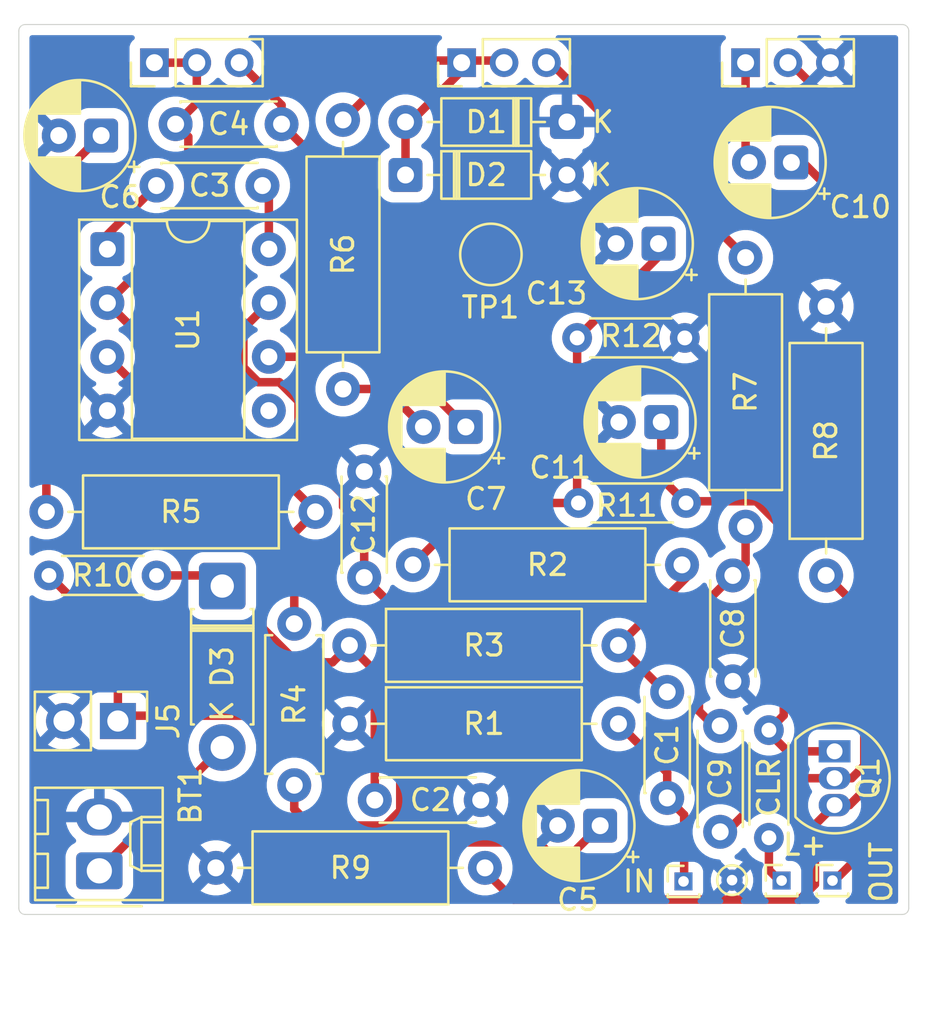
<source format=kicad_pcb>
(kicad_pcb (version 20241229) (generator "pcbnew") (generator_version "9.0")
  (layers (0 "F.Cu" signal) (2 "B.Cu" signal) (13 "F.Paste" user) (15 "B.Paste" user) (5 "F.SilkS" user "F.Silkscreen") (7 "B.SilkS" user "B.Silkscreen") (1 "F.Mask" user) (3 "B.Mask" user) (25 "Edge.Cuts" user))
  (net 0 "")
  (net 1 "Net-(BT1-+)")
  (net 2 "+9V")
  (net 3 "GND")
  (net 4 "VB")
  (net 5 "Net-(C4-Pad2)")
  (net 6 "IN")
  (net 7 "Net-(U1-+)")
  (net 8 "Net-(C6-Pad1)")
  (net 9 "Net-(U1--)")
  (net 10 "Net-(U1-BAL)")
  (net 11 "Net-(U1-C{slash}B)")
  (net 12 "Net-(C10-Pad2)")
  (net 13 "Net-(Q1-G)")
  (net 14 "Net-(Q1-S)")
  (net 15 "OUT")
  (net 16 "L+")
  (net 17 "Net-(POT2-Pad3)")
  (net 19 "Net-(C1-Pad2)")
  (net 20 "Net-(C5-Pad1)")
  (net 21 "Net-(C7-Pad2)")
  (net 22 "Net-(C8-Pad2)")
  (net 23 "Net-(D1-A)")
  (net 24 "Net-(D3-K)")
  (footprint "Resistor_THT:R_Axial_DIN0309_L9.0mm_D3.2mm_P12.70mm_Horizontal" (layer "F.Cu") (at 145.5 78 180)
    (property "Reference" "R2" (at 6.35 0 0) (layer "F.SilkS"))
    (property "Value" "1M")
    (pad "1" thru_hole circle (at 0 0 180) (size 1.6 1.6) (drill 0.8) (layers "*.Cu" "*.Mask") (net 19 "Net-(C1-Pad2)"))
    (pad "2" thru_hole circle (at 12.7 0 180) (size 1.6 1.6) (drill 0.8) (layers "*.Cu" "*.Mask") (net 4 "VB"))
  )
  (footprint "Diode_THT:D_DO-35_SOD27_P7.62mm_Horizontal" (layer "F.Cu") (at 132.45 59.6)
    (property "Reference" "D2" (at 3.81 0 0) (layer "F.SilkS"))
    (property "Value" "1N4148")
    (fp_text user "K" (at 9.22 0 0) (layer "F.SilkS"))
    (pad "1" thru_hole roundrect (at 0 0) (size 1.6 1.6) (drill 0.8) (layers "*.Cu" "*.Mask") (roundrect_rratio 0.15625) (net 23 "Net-(D1-A)"))
    (pad "2" thru_hole circle (at 7.62 0) (size 1.6 1.6) (drill 0.8) (layers "*.Cu" "*.Mask") (net 3 "GND"))
  )
  (footprint "Capacitor_THT:CP_Radial_D5.0mm_P2.00mm" (layer "F.Cu") (at 141.635113 90.31 180)
    (property "Reference" "C5" (at 1.055112 -3.5 0) (layer "F.SilkS"))
    (property "Value" "2.2u")
    (pad "1" thru_hole roundrect (at 0 0 180) (size 1.6 1.6) (drill 0.8) (layers "*.Cu" "*.Mask") (roundrect_rratio 0.15625) (net 20 "Net-(C5-Pad1)"))
    (pad "2" thru_hole circle (at 2 0 180) (size 1.6 1.6) (drill 0.8) (layers "*.Cu" "*.Mask") (net 3 "GND"))
  )
  (footprint "Resistor_THT:R_Axial_DIN0207_L6.3mm_D2.5mm_P7.62mm_Horizontal" (layer "F.Cu") (at 127.2 80.78 -90)
    (property "Reference" "R4" (at 3.81 0 90) (layer "F.SilkS"))
    (property "Value" "47")
    (pad "1" thru_hole circle (at 0 0 270) (size 1.6 1.6) (drill 0.8) (layers "*.Cu" "*.Mask") (net 9 "Net-(U1--)"))
    (pad "2" thru_hole circle (at 7.62 0 270) (size 1.6 1.6) (drill 0.8) (layers "*.Cu" "*.Mask") (net 20 "Net-(C5-Pad1)"))
  )
  (footprint "Connector_Molex:Molex_KK-254_AE-6410-02A_1x02_P2.54mm_Vertical" (layer "F.Cu") (at 118 92.44 90)
    (property "Reference" "BT1" (at 3.54 4.3 90) (layer "F.SilkS"))
    (property "Value" "Battery")
    (pad "1" thru_hole roundrect (at 0 0 90) (size 1.74 2.19) (drill 1.19) (layers "*.Cu" "*.Mask") (roundrect_rratio 0.143678) (net 1 "Net-(BT1-+)"))
    (pad "2" thru_hole oval (at 2.54 0 90) (size 1.74 2.19) (drill 1.19) (layers "*.Cu" "*.Mask") (net 3 "GND"))
  )
  (footprint "Package_TO_SOT_THT:TO-92_Inline" (layer "F.Cu") (at 152.7 86.8 -90)
    (property "Reference" "Q1" (at 1.27 -1.6 90) (layer "F.SilkS"))
    (property "Value" "2N5458")
    (pad "1" thru_hole rect (at 0 0 270) (size 1.05 1.5) (drill 0.75) (layers "*.Cu" "*.Mask") (net 2 "+9V"))
    (pad "2" thru_hole oval (at 1.27 0 270) (size 1.05 1.5) (drill 0.75) (layers "*.Cu" "*.Mask") (net 13 "Net-(Q1-G)"))
    (pad "3" thru_hole oval (at 2.54 0 270) (size 1.05 1.5) (drill 0.75) (layers "*.Cu" "*.Mask") (net 14 "Net-(Q1-S)"))
  )
  (footprint "Resistor_THT:R_Axial_DIN0309_L9.0mm_D3.2mm_P12.70mm_Horizontal" (layer "F.Cu") (at 129.8 81.8)
    (property "Reference" "R3" (at 6.35 0 0) (layer "F.SilkS"))
    (property "Value" "1k")
    (pad "1" thru_hole circle (at 0 0) (size 1.6 1.6) (drill 0.8) (layers "*.Cu" "*.Mask") (net 7 "Net-(U1-+)"))
    (pad "2" thru_hole circle (at 12.7 0) (size 1.6 1.6) (drill 0.8) (layers "*.Cu" "*.Mask") (net 19 "Net-(C1-Pad2)"))
  )
  (footprint "Resistor_THT:R_Axial_DIN0204_L3.6mm_D1.6mm_P5.08mm_Horizontal" (layer "F.Cu") (at 140.61 75.08)
    (property "Reference" "R11" (at 2.279961 0.12 0) (layer "F.SilkS"))
    (property "Value" "100k")
    (pad "1" thru_hole circle (at 0 0) (size 1.4 1.4) (drill 0.7) (layers "*.Cu" "*.Mask") (net 4 "VB"))
    (pad "2" thru_hole circle (at 5.08 0) (size 1.4 1.4) (drill 0.7) (layers "*.Cu" "*.Mask") (net 2 "+9V"))
  )
  (footprint "Capacitor_THT:CP_Radial_D5.0mm_P2.00mm" (layer "F.Cu") (at 135.295113 71.49 180)
    (property "Reference" "C7" (at -0.944888 -3.4 0) (layer "F.SilkS"))
    (property "Value" "4.7u")
    (pad "1" thru_hole roundrect (at 0 0 180) (size 1.6 1.6) (drill 0.8) (layers "*.Cu" "*.Mask") (roundrect_rratio 0.15625) (net 5 "Net-(C4-Pad2)"))
    (pad "2" thru_hole circle (at 2 0 180) (size 1.6 1.6) (drill 0.8) (layers "*.Cu" "*.Mask") (net 21 "Net-(C7-Pad2)"))
  )
  (footprint "Resistor_THT:R_Axial_DIN0309_L9.0mm_D3.2mm_P12.70mm_Horizontal" (layer "F.Cu") (at 136.2 92.3 180)
    (property "Reference" "R9" (at 6.35 0 0) (layer "F.SilkS"))
    (property "Value" "10k")
    (pad "1" thru_hole circle (at 0 0 180) (size 1.6 1.6) (drill 0.8) (layers "*.Cu" "*.Mask") (net 14 "Net-(Q1-S)"))
    (pad "2" thru_hole circle (at 12.7 0 180) (size 1.6 1.6) (drill 0.8) (layers "*.Cu" "*.Mask") (net 3 "GND"))
  )
  (footprint "Capacitor_THT:CP_Radial_D5.0mm_P2.00mm" (layer "F.Cu") (at 150.66 59.01 180)
    (property "Reference" "C10" (at -3.255 -2.1 0) (layer "F.SilkS"))
    (property "Value" "1u")
    (pad "1" thru_hole roundrect (at 0 0 180) (size 1.6 1.6) (drill 0.8) (layers "*.Cu" "*.Mask") (roundrect_rratio 0.15625) (net 14 "Net-(Q1-S)"))
    (pad "2" thru_hole circle (at 2 0 180) (size 1.6 1.6) (drill 0.8) (layers "*.Cu" "*.Mask") (net 12 "Net-(C10-Pad2)"))
  )
  (footprint "Connector_PinHeader_1.00mm:PinHeader_1x01_P1.00mm_Vertical" (layer "F.Cu") (at 145.57 92.94)
    (property "Reference" "J2" (hide yes))
    (property "Value" "INPUT_PIN")
    (property "Function" "IN" (at -2.09 0 0) (layer "F.SilkS"))
    (pad "1" thru_hole rect (at 0 0) (size 0.85 0.85) (drill 0.5) (layers "*.Cu" "*.Mask") (net 6 "IN"))
  )
  (footprint "Connector_PinHeader_2.00mm:PinHeader_1x03_P2.00mm_Vertical" (layer "F.Cu") (at 148.5 54.3 90)
    (property "Reference" "POT3" (hide yes))
    (property "Value" "A100K")
    (pad "1" thru_hole rect (at 0 0 90) (size 1.35 1.35) (drill 0.8) (layers "*.Cu" "*.Mask") (net 12 "Net-(C10-Pad2)"))
    (pad "2" thru_hole circle (at 0 2 90) (size 1.35 1.35) (drill 0.8) (layers "*.Cu" "*.Mask") (net 15 "OUT"))
    (pad "3" thru_hole circle (at 0 4 90) (size 1.35 1.35) (drill 0.8) (layers "*.Cu" "*.Mask") (net 3 "GND"))
  )
  (footprint "Capacitor_THT:C_Disc_D4.3mm_W1.9mm_P5.00mm" (layer "F.Cu") (at 147.3 85.6 -90)
    (property "Reference" "C9" (at 2.5 0 90) (layer "F.SilkS"))
    (property "Value" "22n")
    (pad "1" thru_hole circle (at 0 0 270) (size 1.6 1.6) (drill 0.8) (layers "*.Cu" "*.Mask") (net 22 "Net-(C8-Pad2)"))
    (pad "2" thru_hole circle (at 5 0 270) (size 1.6 1.6) (drill 0.8) (layers "*.Cu" "*.Mask") (net 13 "Net-(Q1-G)"))
  )
  (footprint "Connector_PinHeader_1.00mm:PinHeader_1x01_P1.00mm_Vertical" (layer "F.Cu") (at 150.2 92.9)
    (property "Reference" "J4" (hide yes))
    (property "Value" "LED+")
    (property "Function" "L+" (at 1.1 -1.7 0) (layer "F.SilkS"))
    (pad "1" thru_hole rect (at 0 0) (size 0.85 0.85) (drill 0.5) (layers "*.Cu" "*.Mask") (net 16 "L+"))
  )
  (footprint "Capacitor_THT:C_Disc_D4.3mm_W1.9mm_P5.00mm" (layer "F.Cu") (at 147.9 83.5 90)
    (property "Reference" "C8" (at 2.5 0 90) (layer "F.SilkS"))
    (property "Value" "3.3n")
    (pad "1" thru_hole circle (at 0 0 90) (size 1.6 1.6) (drill 0.8) (layers "*.Cu" "*.Mask") (net 3 "GND"))
    (pad "2" thru_hole circle (at 5 0 90) (size 1.6 1.6) (drill 0.8) (layers "*.Cu" "*.Mask") (net 22 "Net-(C8-Pad2)"))
  )
  (footprint "Capacitor_THT:C_Disc_D4.3mm_W1.9mm_P5.00mm" (layer "F.Cu") (at 121.6 57.2)
    (property "Reference" "C4" (at 2.5 0 0) (layer "F.SilkS"))
    (property "Value" "100pf")
    (pad "1" thru_hole circle (at 0 0) (size 1.6 1.6) (drill 0.8) (layers "*.Cu" "*.Mask") (net 9 "Net-(U1--)"))
    (pad "2" thru_hole circle (at 5 0) (size 1.6 1.6) (drill 0.8) (layers "*.Cu" "*.Mask") (net 5 "Net-(C4-Pad2)"))
  )
  (footprint "Resistor_THT:R_Axial_DIN0309_L9.0mm_D3.2mm_P12.70mm_Horizontal" (layer "F.Cu") (at 148.5 76.2 90)
    (property "Reference" "R7" (at 6.35 0 90) (layer "F.SilkS"))
    (property "Value" "1.5k")
    (pad "1" thru_hole circle (at 0 0 90) (size 1.6 1.6) (drill 0.8) (layers "*.Cu" "*.Mask") (net 22 "Net-(C8-Pad2)"))
    (pad "2" thru_hole circle (at 12.7 0 90) (size 1.6 1.6) (drill 0.8) (layers "*.Cu" "*.Mask") (net 17 "Net-(POT2-Pad3)"))
  )
  (footprint "Capacitor_THT:C_Disc_D4.3mm_W1.9mm_P5.00mm" (layer "F.Cu") (at 136 89.1 180)
    (property "Reference" "C2" (at 2.37 0 0) (layer "F.SilkS"))
    (property "Value" "1n")
    (pad "1" thru_hole circle (at 0 0 180) (size 1.6 1.6) (drill 0.8) (layers "*.Cu" "*.Mask") (net 3 "GND"))
    (pad "2" thru_hole circle (at 5 0 180) (size 1.6 1.6) (drill 0.8) (layers "*.Cu" "*.Mask") (net 7 "Net-(U1-+)"))
  )
  (footprint "Resistor_THT:R_Axial_DIN0309_L9.0mm_D3.2mm_P12.70mm_Horizontal" (layer "F.Cu") (at 128.2 75.5 180)
    (property "Reference" "R5" (at 6.35 0 0) (layer "F.SilkS"))
    (property "Value" "560k")
    (pad "1" thru_hole circle (at 0 0 180) (size 1.6 1.6) (drill 0.8) (layers "*.Cu" "*.Mask") (net 9 "Net-(U1--)"))
    (pad "2" thru_hole circle (at 12.7 0 180) (size 1.6 1.6) (drill 0.8) (layers "*.Cu" "*.Mask") (net 8 "Net-(C6-Pad1)"))
  )
  (footprint "Capacitor_THT:C_Disc_D4.3mm_W1.9mm_P5.00mm" (layer "F.Cu") (at 144.8 89 90)
    (property "Reference" "C1" (at 2.5 0 90) (layer "F.SilkS"))
    (property "Value" "22n")
    (pad "1" thru_hole circle (at 0 0 90) (size 1.6 1.6) (drill 0.8) (layers "*.Cu" "*.Mask") (net 6 "IN"))
    (pad "2" thru_hole circle (at 5 0 90) (size 1.6 1.6) (drill 0.8) (layers "*.Cu" "*.Mask") (net 19 "Net-(C1-Pad2)"))
  )
  (footprint "Diode_THT:D_DO-35_SOD27_P7.62mm_Horizontal" (layer "F.Cu") (at 140.07 57.1 180)
    (property "Reference" "D1" (at 3.81 0 0) (layer "F.SilkS"))
    (property "Value" "1N4148")
    (fp_text user "K" (at -1.7 0 0) (layer "F.SilkS"))
    (pad "1" thru_hole roundrect (at 0 0 180) (size 1.6 1.6) (drill 0.8) (layers "*.Cu" "*.Mask") (roundrect_rratio 0.15625) (net 3 "GND"))
    (pad "2" thru_hole circle (at 7.62 0 180) (size 1.6 1.6) (drill 0.8) (layers "*.Cu" "*.Mask") (net 23 "Net-(D1-A)"))
  )
  (footprint "Connector_PinHeader_1.00mm:PinHeader_1x01_P1.00mm_Vertical" (layer "F.Cu") (at 152.6 92.9)
    (property "Reference" "J3" (hide yes))
    (property "Value" "OUTPUT_PIN")
    (property "Function" "OUT" (at 2.3 -0.4 90) (layer "F.SilkS"))
    (pad "1" thru_hole rect (at 0 0) (size 0.85 0.85) (drill 0.5) (layers "*.Cu" "*.Mask") (net 15 "OUT"))
  )
  (footprint "Capacitor_THT:CP_Radial_D5.0mm_P2.00mm" (layer "F.Cu") (at 144.52 71.26 180)
    (property "Reference" "C11" (at 4.77 -2.15 180) (layer "F.SilkS"))
    (property "Value" "100u")
    (pad "1" thru_hole roundrect (at 0 0 180) (size 1.6 1.6) (drill 0.8) (layers "*.Cu" "*.Mask") (roundrect_rratio 0.15625) (net 2 "+9V"))
    (pad "2" thru_hole circle (at 2 0 180) (size 1.6 1.6) (drill 0.8) (layers "*.Cu" "*.Mask") (net 3 "GND"))
  )
  (footprint "Connector_PinHeader_2.00mm:PinHeader_1x03_P2.00mm_Vertical" (layer "F.Cu") (at 120.6 54.3 90)
    (property "Reference" "POT1" (hide yes))
    (property "Value" "A100K")
    (pad "1" thru_hole rect (at 0 0 90) (size 1.35 1.35) (drill 0.8) (layers "*.Cu" "*.Mask") (net 9 "Net-(U1--)"))
    (pad "2" thru_hole circle (at 0 2 90) (size 1.35 1.35) (drill 0.8) (layers "*.Cu" "*.Mask") (net 9 "Net-(U1--)"))
    (pad "3" thru_hole circle (at 0 4 90) (size 1.35 1.35) (drill 0.8) (layers "*.Cu" "*.Mask") (net 5 "Net-(C4-Pad2)"))
  )
  (footprint "Connector_PinHeader_2.54mm:PinHeader_1x02_P2.54mm_Vertical" (layer "F.Cu") (at 118.875 85.37 -90)
    (property "Reference" "J5" (at 0 -2.38 90) (layer "F.SilkS"))
    (property "Value" "POWER_IN")
    (pad "1" thru_hole rect (at 0 0 270) (size 1.7 1.7) (drill 1) (layers "*.Cu" "*.Mask") (net 2 "+9V"))
    (pad "2" thru_hole circle (at 0 2.54 270) (size 1.7 1.7) (drill 1) (layers "*.Cu" "*.Mask") (net 3 "GND"))
  )
  (footprint "Connector_PinHeader_2.00mm:PinHeader_1x03_P2.00mm_Vertical" (layer "F.Cu") (at 135.1 54.3 90)
    (property "Reference" "POT2" (hide yes))
    (property "Value" "A100K")
    (pad "1" thru_hole rect (at 0 0 90) (size 1.35 1.35) (drill 0.8) (layers "*.Cu" "*.Mask") (net 23 "Net-(D1-A)"))
    (pad "2" thru_hole circle (at 0 2 90) (size 1.35 1.35) (drill 0.8) (layers "*.Cu" "*.Mask") (net 23 "Net-(D1-A)"))
    (pad "3" thru_hole circle (at 0 4 90) (size 1.35 1.35) (drill 0.8) (layers "*.Cu" "*.Mask") (net 17 "Net-(POT2-Pad3)"))
  )
  (footprint "Diode_THT:D_DO-41_SOD81_P7.62mm_Horizontal" (layer "F.Cu") (at 123.8 79 -90)
    (property "Reference" "D3" (at 3.81 0 90) (layer "F.SilkS"))
    (property "Value" "1N5817")
    (fp_text user "K" (at 5.9 0 90) (layer "F.SilkS"))
    (pad "1" thru_hole roundrect (at 0 0 270) (size 2.2 2.2) (drill 1.1) (layers "*.Cu" "*.Mask") (roundrect_rratio 0.113636) (net 24 "Net-(D3-K)"))
    (pad "2" thru_hole circle (at 7.62 0 270) (size 2.2 2.2) (drill 1.1) (layers "*.Cu" "*.Mask") (net 1 "Net-(BT1-+)"))
  )
  (footprint "Resistor_THT:R_Axial_DIN0204_L3.6mm_D1.6mm_P5.08mm_Horizontal" (layer "F.Cu") (at 149.6 90.88 90)
    (property "Reference" "CLR1" (hide yes))
    (property "Value" "4.7k")
    (property "Function" "CLR" (at 2.38 0 90) (layer "F.SilkS"))
    (pad "1" thru_hole circle (at 0 0 90) (size 1.4 1.4) (drill 0.7) (layers "*.Cu" "*.Mask") (net 16 "L+"))
    (pad "2" thru_hole circle (at 5.08 0 90) (size 1.4 1.4) (drill 0.7) (layers "*.Cu" "*.Mask") (net 2 "+9V"))
  )
  (footprint "TestPoint:TestPoint_Pad_D2.5mm" (layer "F.Cu") (at 136.48 63.35)
    (property "Reference" "TP1" (at -0.02 2.5 0) (layer "F.SilkS"))
    (property "Value" "GNDTP")
    (pad "1" smd circle (at 0 0) (size 2.5 2.5) (layers "F.Cu" "F.Mask") (net 3 "GND"))
  )
  (footprint "Resistor_THT:R_Axial_DIN0204_L3.6mm_D1.6mm_P5.08mm_Horizontal" (layer "F.Cu") (at 145.63 67.29 180)
    (property "Reference" "R12" (at 2.54 0.09 0) (layer "F.SilkS"))
    (property "Value" "100k")
    (pad "1" thru_hole circle (at 0 0 180) (size 1.4 1.4) (drill 0.7) (layers "*.Cu" "*.Mask") (net 3 "GND"))
    (pad "2" thru_hole circle (at 5.08 0 180) (size 1.4 1.4) (drill 0.7) (layers "*.Cu" "*.Mask") (net 4 "VB"))
  )
  (footprint "Capacitor_THT:C_Disc_D4.3mm_W1.9mm_P5.00mm" (layer "F.Cu") (at 120.7 60.1)
    (property "Reference" "C3" (at 2.5 0 0) (layer "F.SilkS"))
    (property "Value" "30pf")
    (pad "1" thru_hole circle (at 0 0) (size 1.6 1.6) (drill 0.8) (layers "*.Cu" "*.Mask") (net 10 "Net-(U1-BAL)"))
    (pad "2" thru_hole circle (at 5 0) (size 1.6 1.6) (drill 0.8) (layers "*.Cu" "*.Mask") (net 11 "Net-(U1-C{slash}B)"))
  )
  (footprint "Resistor_THT:R_Axial_DIN0309_L9.0mm_D3.2mm_P12.70mm_Horizontal" (layer "F.Cu") (at 129.8 85.5)
    (property "Reference" "R1" (at 6.35 0 0) (layer "F.SilkS"))
    (property "Value" "1M")
    (pad "1" thru_hole circle (at 0 0) (size 1.6 1.6) (drill 0.8) (layers "*.Cu" "*.Mask") (net 3 "GND"))
    (pad "2" thru_hole circle (at 12.7 0) (size 1.6 1.6) (drill 0.8) (layers "*.Cu" "*.Mask") (net 6 "IN"))
  )
  (footprint "Capacitor_THT:CP_Radial_D5.0mm_P2.00mm" (layer "F.Cu") (at 118.085113 57.74 180)
    (property "Reference" "C6" (at -0.9 -2.9 0) (layer "F.SilkS"))
    (property "Value" "4.7u")
    (pad "1" thru_hole roundrect (at 0 0 180) (size 1.6 1.6) (drill 0.8) (layers "*.Cu" "*.Mask") (roundrect_rratio 0.15625) (net 8 "Net-(C6-Pad1)"))
    (pad "2" thru_hole circle (at 2 0 180) (size 1.6 1.6) (drill 0.8) (layers "*.Cu" "*.Mask") (net 3 "GND"))
  )
  (footprint "TestPoint:TestPoint_THTPad_D1.0mm_Drill0.5mm" (layer "F.Cu") (at 147.86 92.88)
    (property "Reference" "J1" (hide yes))
    (property "Value" "GNDREF_PIN")
    (pad "1" thru_hole circle (at 0 0) (size 1 1) (drill 0.5) (layers "*.Cu" "*.Mask") (net 3 "GND"))
  )
  (footprint "Resistor_THT:R_Axial_DIN0204_L3.6mm_D1.6mm_P5.08mm_Horizontal" (layer "F.Cu") (at 120.7 78.5 180)
    (property "Reference" "R10" (at 2.54 0 0) (layer "F.SilkS"))
    (property "Value" "47k")
    (pad "1" thru_hole circle (at 0 0 180) (size 1.4 1.4) (drill 0.7) (layers "*.Cu" "*.Mask") (net 24 "Net-(D3-K)"))
    (pad "2" thru_hole circle (at 5.08 0 180) (size 1.4 1.4) (drill 0.7) (layers "*.Cu" "*.Mask") (net 2 "+9V"))
  )
  (footprint "Capacitor_THT:C_Disc_D4.3mm_W1.9mm_P5.00mm" (layer "F.Cu") (at 130.5 78.6 90)
    (property "Reference" "C12" (at 2.5 -0.02 90) (layer "F.SilkS"))
    (property "Value" "10n")
    (pad "1" thru_hole circle (at 0 0 90) (size 1.6 1.6) (drill 0.8) (layers "*.Cu" "*.Mask") (net 2 "+9V"))
    (pad "2" thru_hole circle (at 5 0 90) (size 1.6 1.6) (drill 0.8) (layers "*.Cu" "*.Mask") (net 3 "GND"))
  )
  (footprint "Resistor_THT:R_Axial_DIN0309_L9.0mm_D3.2mm_P12.70mm_Horizontal" (layer "F.Cu") (at 129.5 57 -90)
    (property "Reference" "R6" (at 6.35 0 90) (layer "F.SilkS"))
    (property "Value" "1k")
    (pad "1" thru_hole circle (at 0 0 270) (size 1.6 1.6) (drill 0.8) (layers "*.Cu" "*.Mask") (net 23 "Net-(D1-A)"))
    (pad "2" thru_hole circle (at 12.7 0 270) (size 1.6 1.6) (drill 0.8) (layers "*.Cu" "*.Mask") (net 21 "Net-(C7-Pad2)"))
  )
  (footprint "Resistor_THT:R_Axial_DIN0309_L9.0mm_D3.2mm_P12.70mm_Horizontal" (layer "F.Cu") (at 152.3 78.5 90)
    (property "Reference" "R8" (at 6.35 0 90) (layer "F.SilkS"))
    (property "Value" "1M")
    (pad "1" thru_hole circle (at 0 0 90) (size 1.6 1.6) (drill 0.8) (layers "*.Cu" "*.Mask") (net 13 "Net-(Q1-G)"))
    (pad "2" thru_hole circle (at 12.7 0 90) (size 1.6 1.6) (drill 0.8) (layers "*.Cu" "*.Mask") (net 3 "GND"))
  )
  (footprint "Capacitor_THT:CP_Radial_D5.0mm_P2.00mm" (layer "F.Cu") (at 144.39 62.84 180)
    (property "Reference" "C13" (at 4.82 -2.35 0) (layer "F.SilkS"))
    (property "Value" "10u")
    (pad "1" thru_hole roundrect (at 0 0 180) (size 1.6 1.6) (drill 0.8) (layers "*.Cu" "*.Mask") (roundrect_rratio 0.15625) (net 4 "VB"))
    (pad "2" thru_hole circle (at 2 0 180) (size 1.6 1.6) (drill 0.8) (layers "*.Cu" "*.Mask") (net 3 "GND"))
  )
  (footprint "Package_DIP:DIP-8_W7.62mm_Socket" (layer "F.Cu") (at 118.38 63.1)
    (property "Reference" "U1" (at 3.81 3.81 270) (layer "F.SilkS"))
    (property "Value" "LM308")
    (pad "1" thru_hole roundrect (at 0 0) (size 1.6 1.6) (drill 0.8) (layers "*.Cu" "*.Mask") (roundrect_rratio 0.15625) (net 10 "Net-(U1-BAL)"))
    (pad "2" thru_hole circle (at 0 2.54) (size 1.6 1.6) (drill 0.8) (layers "*.Cu" "*.Mask") (net 9 "Net-(U1--)"))
    (pad "3" thru_hole circle (at 0 5.08) (size 1.6 1.6) (drill 0.8) (layers "*.Cu" "*.Mask") (net 7 "Net-(U1-+)"))
    (pad "4" thru_hole circle (at 0 7.62) (size 1.6 1.6) (drill 0.8) (layers "*.Cu" "*.Mask") (net 3 "GND"))
    (pad "5" thru_hole circle (at 7.62 7.62) (size 1.6 1.6) (drill 0.8) (layers "*.Cu" "*.Mask"))
    (pad "6" thru_hole circle (at 7.62 5.08) (size 1.6 1.6) (drill 0.8) (layers "*.Cu" "*.Mask") (net 5 "Net-(C4-Pad2)"))
    (pad "7" thru_hole circle (at 7.62 2.54) (size 1.6 1.6) (drill 0.8) (layers "*.Cu" "*.Mask") (net 2 "+9V"))
    (pad "8" thru_hole circle (at 7.62 0) (size 1.6 1.6) (drill 0.8) (layers "*.Cu" "*.Mask") (net 11 "Net-(U1-C{slash}B)"))
  )
  (gr_line (start 155.9 52.5) (end 114.5 52.5) (stroke (width 0.05)) (layer "Edge.Cuts"))
  (gr_arc (start 114.5 94.5) (mid 114.287868 94.412132) (end 114.2 94.2) (stroke (width 0.05)) (layer "Edge.Cuts"))
  (gr_line (start 156.2 94.2) (end 156.2 52.8) (stroke (width 0.05)) (layer "Edge.Cuts"))
  (gr_line (start 114.5 94.5) (end 155.9 94.5) (stroke (width 0.05)) (layer "Edge.Cuts"))
  (gr_arc (start 155.9 52.500096) (mid 156.112064 52.587936) (end 156.199904 52.8) (stroke (width 0.05)) (layer "Edge.Cuts"))
  (gr_arc (start 114.2 52.8) (mid 114.287868 52.587868) (end 114.5 52.5) (stroke (width 0.05)) (layer "Edge.Cuts"))
  (gr_arc (start 156.2 94.2) (mid 156.112132 94.412132) (end 155.9 94.5) (stroke (width 0.05)) (layer "Edge.Cuts"))
  (gr_line (start 114.2 52.8) (end 114.2 94.2) (stroke (width 0.05)) (layer "Edge.Cuts"))
  (segment (start 117.9 92.52) (end 123.8 86.62) (width 0.4) (layer "F.Cu") (net 1))
  (segment (start 131.497471 90.301) (end 129.801 90.301) (width 0.4) (layer "F.Cu") (net 2))
  (segment (start 130.5 78.6) (end 132.201 80.301) (width 0.4) (layer "F.Cu") (net 2))
  (segment (start 129.801 90.301) (end 128.9 89.4) (width 0.4) (layer "F.Cu") (net 2))
  (segment (start 148.997471 74.999) (end 150.3 76.301529) (width 0.4) (layer "F.Cu") (net 2))
  (segment (start 124.799 68.677471) (end 124.799 66.841) (width 0.4) (layer "F.Cu") (net 2))
  (segment (start 129.5 74.7) (end 129.5 75.24295) (width 0.4) (layer "F.Cu") (net 2))
  (segment (start 127.4 72.6) (end 127.4 70.283529) (width 0.4) (layer "F.Cu") (net 2))
  (segment (start 150.48 86.8) (end 149.6 85.92) (width 0.4) (layer "F.Cu") (net 2))
  (segment (start 125.502529 69.381) (end 124.799 68.677471) (width 0.4) (layer "F.Cu") (net 2))
  (segment (start 132.201 80.301) (end 132.201 89.597471) (width 0.4) (layer "F.Cu") (net 2))
  (segment (start 130.5 76.24295) (end 130.5 78.6) (width 0.4) (layer "F.Cu") (net 2))
  (segment (start 126.219 85.119) (end 119.126 85.119) (width 0.4) (layer "F.Cu") (net 2))
  (segment (start 129.5 75.24295) (end 130.5 76.24295) (width 0.4) (layer "F.Cu") (net 2))
  (segment (start 145.69 75.08) (end 145.771 74.999) (width 0.4) (layer "F.Cu") (net 2))
  (segment (start 126.497471 69.381) (end 125.502529 69.381) (width 0.4) (layer "F.Cu") (net 2))
  (segment (start 132.201 89.597471) (end 131.497471 90.301) (width 0.4) (layer "F.Cu") (net 2))
  (segment (start 127.4 72.6) (end 129.5 74.7) (width 0.4) (layer "F.Cu") (net 2))
  (segment (start 138.129 80.301) (end 132.201 80.301) (width 0.4) (layer "F.Cu") (net 2))
  (segment (start 124.799 66.841) (end 126 65.64) (width 0.4) (layer "F.Cu") (net 2))
  (segment (start 118.875 81.755) (end 115.62 78.5) (width 0.4) (layer "F.Cu") (net 2))
  (segment (start 150.3 76.301529) (end 150.3 85.1) (width 0.4) (layer "F.Cu") (net 2))
  (segment (start 150.3 85.1) (end 149.6 85.8) (width 0.4) (layer "F.Cu") (net 2))
  (segment (start 128.9 89.4) (end 128.9 87.8) (width 0.4) (layer "F.Cu") (net 2))
  (segment (start 152.7 86.8) (end 150.48 86.8) (width 0.4) (layer "F.Cu") (net 2))
  (segment (start 144.52 73.91) (end 145.69 75.08) (width 0.4) (layer "F.Cu") (net 2))
  (segment (start 144.52 73.91) (end 138.129 80.301) (width 0.4) (layer "F.Cu") (net 2))
  (segment (start 145.771 74.999) (end 148.997471 74.999) (width 0.4) (layer "F.Cu") (net 2))
  (segment (start 118.875 85.37) (end 118.875 81.755) (width 0.4) (layer "F.Cu") (net 2))
  (segment (start 144.52 71.26) (end 144.52 73.91) (width 0.4) (layer "F.Cu") (net 2))
  (segment (start 127.4 70.283529) (end 126.497471 69.381) (width 0.4) (layer "F.Cu") (net 2))
  (segment (start 128.9 87.8) (end 126.219 85.119) (width 0.4) (layer "F.Cu") (net 2))
  (segment (start 140.07 59.6) (end 136.48 63.19) (width 0.4) (layer "F.Cu") (net 3))
  (segment (start 135.72 75.08) (end 132.8 78) (width 0.4) (layer "F.Cu") (net 4))
  (segment (start 144.39 62.84) (end 144.39 63.45) (width 0.4) (layer "F.Cu") (net 4))
  (segment (start 140.55 67.29) (end 140.55 75.02) (width 0.4) (layer "F.Cu") (net 4))
  (segment (start 144.39 63.45) (end 140.55 67.29) (width 0.4) (layer "F.Cu") (net 4))
  (segment (start 140.61 75.08) (end 135.72 75.08) (width 0.4) (layer "F.Cu") (net 4))
  (segment (start 126.6 56.3) (end 126.6 57.2) (width 0.4) (layer "F.Cu") (net 5))
  (segment (start 126 68.18) (end 128.279 68.18) (width 0.4) (layer "F.Cu") (net 5))
  (segment (start 131.985113 68.18) (end 128.279 68.18) (width 0.4) (layer "F.Cu") (net 5))
  (segment (start 128.299 58.899) (end 128.299 68.2) (width 0.4) (layer "F.Cu") (net 5))
  (segment (start 126.6 57.2) (end 128.299 58.899) (width 0.4) (layer "F.Cu") (net 5))
  (segment (start 128.279 68.18) (end 128.299 68.2) (width 0.4) (layer "F.Cu") (net 5))
  (segment (start 135.295113 71.49) (end 131.985113 68.18) (width 0.4) (layer "F.Cu") (net 5))
  (segment (start 124.6 54.3) (end 126.6 56.3) (width 0.4) (layer "F.Cu") (net 5))
  (segment (start 144.8 89) (end 144.8 87.8) (width 0.4) (layer "F.Cu") (net 6))
  (segment (start 145.599999 89.799999) (end 144.8 89) (width 0.4) (layer "F.Cu") (net 6))
  (segment (start 144.8 87.8) (end 142.5 85.5) (width 0.4) (layer "F.Cu") (net 6))
  (segment (start 145.6 93) (end 145.599999 89.799999) (width 0.4) (layer "F.Cu") (net 6))
  (segment (start 125.7 80.978471) (end 127.321528 82.599999) (width 0.4) (layer "F.Cu") (net 7))
  (segment (start 129.000001 82.599999) (end 129.8 81.8) (width 0.4) (layer "F.Cu") (net 7))
  (segment (start 129.8 81.8) (end 131 83) (width 0.4) (layer "F.Cu") (net 7))
  (segment (start 125.7 75.5) (end 125.7 80.978471) (width 0.4) (layer "F.Cu") (net 7))
  (segment (start 131 83) (end 131 89.1) (width 0.4) (layer "F.Cu") (net 7))
  (segment (start 118.38 68.18) (end 125.7 75.5) (width 0.4) (layer "F.Cu") (net 7))
  (segment (start 127.321528 82.599999) (end 129.000001 82.599999) (width 0.4) (layer "F.Cu") (net 7))
  (segment (start 115.5 60.325113) (end 115.5 75.5) (width 0.4) (layer "F.Cu") (net 8))
  (segment (start 118.085113 57.74) (end 115.5 60.325113) (width 0.4) (layer "F.Cu") (net 8))
  (segment (start 122.6 54.3) (end 122.6 56.2) (width 0.4) (layer "F.Cu") (net 9))
  (segment (start 122.2 57.8) (end 121.801 57.401) (width 0.4) (layer "F.Cu") (net 9))
  (segment (start 122.6 56.2) (end 121.6 57.2) (width 0.4) (layer "F.Cu") (net 9))
  (segment (start 122.6 54.3) (end 120.6 54.3) (width 0.4) (layer "F.Cu") (net 9))
  (segment (start 122.2 61.82) (end 122.2 57.8) (width 0.4) (layer "F.Cu") (net 9))
  (segment (start 127.2 76.5) (end 128.2 75.5) (width 0.4) (layer "F.Cu") (net 9))
  (segment (start 127.2 80.78) (end 127.2 76.5) (width 0.4) (layer "F.Cu") (net 9))
  (segment (start 128.2 75.46) (end 118.38 65.64) (width 0.4) (layer "F.Cu") (net 9))
  (segment (start 118.38 65.64) (end 122.2 61.82) (width 0.4) (layer "F.Cu") (net 9))
  (segment (start 120.7 60.1) (end 118.38 62.42) (width 0.4) (layer "F.Cu") (net 10))
  (segment (start 126 63.1) (end 126 60.4) (width 0.4) (layer "F.Cu") (net 11))
  (segment (start 148.5 54.3) (end 148.5 58.85) (width 0.4) (layer "F.Cu") (net 12))
  (segment (start 153.507 88.07) (end 152.7 88.07) (width 0.4) (layer "F.Cu") (net 13))
  (segment (start 152.3 78.5) (end 154.1 80.3) (width 0.4) (layer "F.Cu") (net 13))
  (segment (start 150.13 88.07) (end 152.7 88.07) (width 0.4) (layer "F.Cu") (net 13))
  (segment (start 154.1 80.3) (end 154.1 87.477) (width 0.4) (layer "F.Cu") (net 13))
  (segment (start 154.1 87.477) (end 153.507 88.07) (width 0.4) (layer "F.Cu") (net 13))
  (segment (start 147.3 90.9) (end 150.13 88.07) (width 0.4) (layer "F.Cu") (net 13))
  (segment (start 154.7 88.04) (end 153.4 89.34) (width 0.4) (layer "F.Cu") (net 14))
  (segment (start 153.4 89.34) (end 152.7 89.34) (width 0.4) (layer "F.Cu") (net 14))
  (segment (start 151.053 93.799) (end 151.774 93.078) (width 0.4) (layer "F.Cu") (net 14))
  (segment (start 137.549 93.799) (end 151.053 93.799) (width 0.4) (layer "F.Cu") (net 14))
  (segment (start 150.7 58.5) (end 153.8 61.6) (width 0.4) (layer "F.Cu") (net 14))
  (segment (start 153.8 61.6) (end 153.8 77.64295) (width 0.4) (layer "F.Cu") (net 14))
  (segment (start 151.774 93.078) (end 151.774 90.266) (width 0.4) (layer "F.Cu") (net 14))
  (segment (start 153.8 77.64295) (end 154.7 78.54295) (width 0.4) (layer "F.Cu") (net 14))
  (segment (start 154.7 78.54295) (end 154.7 88.04) (width 0.4) (layer "F.Cu") (net 14))
  (segment (start 151.774 90.266) (end 152.7 89.34) (width 0.4) (layer "F.Cu") (net 14))
  (segment (start 136.25 92.5) (end 137.549 93.799) (width 0.4) (layer "F.Cu") (net 14))
  (segment (start 155.4 59.1) (end 155.4 90.2) (width 0.4) (layer "F.Cu") (net 15))
  (segment (start 150.5 54.2) (end 155.4 59.1) (width 0.4) (layer "F.Cu") (net 15))
  (segment (start 155.4 90.2) (end 152.6 93) (width 0.4) (layer "F.Cu") (net 15))
  (segment (start 149.6 92.4) (end 150.2 93) (width 0.4) (layer "F.Cu") (net 16))
  (segment (start 149.6 91) (end 149.6 92.4) (width 0.4) (layer "F.Cu") (net 16))
  (segment (start 139.2 54.2) (end 148.4 63.4) (width 0.4) (layer "F.Cu") (net 17))
  (segment (start 144.7 84) (end 142.5 81.8) (width 0.4) (layer "F.Cu") (net 19))
  (segment (start 142.5 81.8) (end 145.9 78.4) (width 0.4) (layer "F.Cu") (net 19))
  (segment (start 139.137642 91.511) (end 140.434113 91.511) (width 0.4) (layer "F.Cu") (net 20))
  (segment (start 128.76763 91.099) (end 138.725642 91.099) (width 0.4) (layer "F.Cu") (net 20))
  (segment (start 127.2 89.53137) (end 128.76763 91.099) (width 0.4) (layer "F.Cu") (net 20))
  (segment (start 127.2 88.4) (end 127.2 89.53137) (width 0.4) (layer "F.Cu") (net 20))
  (segment (start 140.434113 91.511) (end 141.635113 90.31) (width 0.4) (layer "F.Cu") (net 20))
  (segment (start 138.725642 91.099) (end 139.137642 91.511) (width 0.4) (layer "F.Cu") (net 20))
  (segment (start 131.505113 69.7) (end 133.295113 71.49) (width 0.4) (layer "F.Cu") (net 21))
  (segment (start 129.5 69.7) (end 131.505113 69.7) (width 0.4) (layer "F.Cu") (net 21))
  (segment (start 146.3 84.9) (end 147.3 85.9) (width 0.4) (layer "F.Cu") (net 22))
  (segment (start 148.5 77.9) (end 147.9 78.5) (width 0.4) (layer "F.Cu") (net 22))
  (segment (start 148.5 76.2) (end 148.5 77.9) (width 0.4) (layer "F.Cu") (net 22))
  (segment (start 147.9 78.5) (end 146.3 80.1) (width 0.4) (layer "F.Cu") (net 22))
  (segment (start 146.3 80.1) (end 146.3 84.9) (width 0.4) (layer "F.Cu") (net 22))
  (segment (start 132.33 54.2) (end 129.53 57) (width 0.4) (layer "F.Cu") (net 23))
  (segment (start 132.45 57.1) (end 132.45 59.6) (width 0.4) (layer "F.Cu") (net 23))
  (segment (start 132.8 56.98) (end 135.3 54.48) (width 0.4) (layer "F.Cu") (net 23))
  (segment (start 137.1 54.2) (end 132.33 54.2) (width 0.4) (layer "F.Cu") (net 23))
  (segment (start 120.7 78.5) (end 123.3 78.5) (width 0.4) (layer "F.Cu") (net 24))
  (zone (net 3) (net_name "GND") (layer "B.Cu") (connect_pads (clearance 0.5)) (min_thickness 0.25) (fill yes (thermal_gap 0.5) (thermal_bridge_width 0.5))
    (polygon (pts (xy 114.4 52.7) (xy 156 52.7) (xy 156 94.4) (xy 114.4 94.4)))
  )
)
</source>
